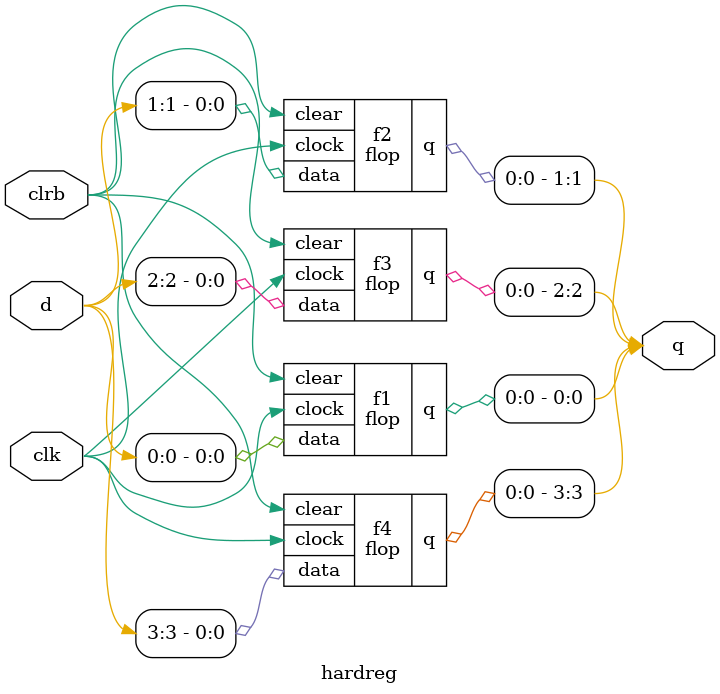
<source format=v>


module  flop(data,clock,clear,q,qb);
input  data,clock,clear; 
output   q,qb; 
 
nand #10 nd1(a,data,clock,clear), 
nd2(b,ndata,clock), 
nd4(d,c,b,clear), 
nd5(e,c,nclock),
nd6(f,d,nclock), 
nd8(qb,q,f,clear); 
nand #9 nd3(c,a,d), 
nd7(q,e,qb); 
not #10 iv1(ndata,data), 
iv2(nclock,clock); 
 
endmodule 


module hardreg(d,clk,clrb,q); 
input  clk,clrb; 
input[3:0] d; 
output[3:0] q; 
 
flop f1(d[0],clk,clrb,q[0],), 
f2(d[1],clk,clrb,q[1],), 
f3(d[2],clk,clrb,q[2],), 
f4(d[3],clk,clrb,q[3],); 
 
endmodule 
 
</source>
